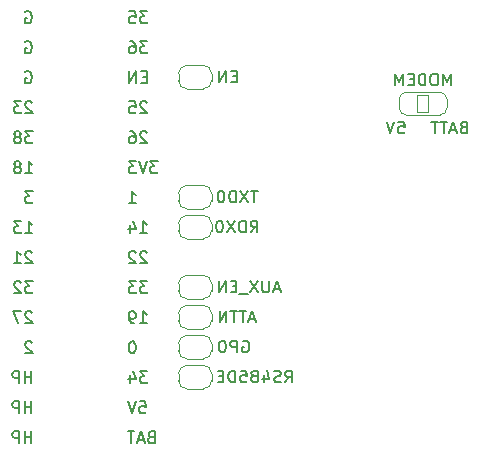
<source format=gbr>
%TF.GenerationSoftware,KiCad,Pcbnew,7.0.5-0*%
%TF.CreationDate,2023-07-13T17:44:08+01:00*%
%TF.ProjectId,M5-Notecard,4d352d4e-6f74-4656-9361-72642e6b6963,V01L04*%
%TF.SameCoordinates,Original*%
%TF.FileFunction,Legend,Bot*%
%TF.FilePolarity,Positive*%
%FSLAX46Y46*%
G04 Gerber Fmt 4.6, Leading zero omitted, Abs format (unit mm)*
G04 Created by KiCad (PCBNEW 7.0.5-0) date 2023-07-13 17:44:08*
%MOMM*%
%LPD*%
G01*
G04 APERTURE LIST*
G04 Aperture macros list*
%AMRoundRect*
0 Rectangle with rounded corners*
0 $1 Rounding radius*
0 $2 $3 $4 $5 $6 $7 $8 $9 X,Y pos of 4 corners*
0 Add a 4 corners polygon primitive as box body*
4,1,4,$2,$3,$4,$5,$6,$7,$8,$9,$2,$3,0*
0 Add four circle primitives for the rounded corners*
1,1,$1+$1,$2,$3*
1,1,$1+$1,$4,$5*
1,1,$1+$1,$6,$7*
1,1,$1+$1,$8,$9*
0 Add four rect primitives between the rounded corners*
20,1,$1+$1,$2,$3,$4,$5,0*
20,1,$1+$1,$4,$5,$6,$7,0*
20,1,$1+$1,$6,$7,$8,$9,0*
20,1,$1+$1,$8,$9,$2,$3,0*%
%AMFreePoly0*
4,1,13,0.535355,0.535355,0.550000,0.500000,0.550000,-0.500000,0.535355,-0.535355,0.500000,-0.550000,-2.500000,-0.550000,-2.535355,-0.535355,-2.550000,-0.500000,-2.550000,0.500000,-2.535355,0.535355,-2.500000,0.550000,0.500000,0.550000,0.535355,0.535355,0.535355,0.535355,$1*%
%AMFreePoly1*
4,1,35,0.535355,0.785355,0.550000,0.750000,0.550000,-0.750000,0.535355,-0.785355,0.500000,-0.800000,0.000000,-0.800000,-0.012286,-0.794911,-0.071157,-0.794911,-0.085244,-0.792886,-0.221795,-0.752791,-0.234740,-0.746879,-0.354462,-0.669938,-0.365217,-0.660618,-0.458414,-0.553063,-0.466109,-0.541091,-0.525228,-0.411637,-0.529237,-0.397982,-0.549491,-0.257116,-0.550000,-0.250000,-0.550000,0.250000,
-0.549491,0.257116,-0.529237,0.397982,-0.525228,0.411637,-0.466109,0.541091,-0.458414,0.553063,-0.365217,0.660618,-0.354462,0.669938,-0.234740,0.746879,-0.221795,0.752791,-0.085244,0.792886,-0.071157,0.794911,-0.012286,0.794911,0.000000,0.800000,0.500000,0.800000,0.535355,0.785355,0.535355,0.785355,$1*%
%AMFreePoly2*
4,1,35,0.012286,0.794911,0.071157,0.794911,0.085244,0.792886,0.221795,0.752791,0.234740,0.746879,0.354462,0.669938,0.365217,0.660618,0.458414,0.553063,0.466109,0.541091,0.525228,0.411637,0.529237,0.397982,0.549491,0.257116,0.550000,0.250000,0.550000,-0.250000,0.549491,-0.257116,0.529237,-0.397982,0.525228,-0.411637,0.466109,-0.541091,0.458414,-0.553063,0.365217,-0.660618,
0.354462,-0.669938,0.234740,-0.746879,0.221795,-0.752791,0.085244,-0.792886,0.071157,-0.794911,0.012286,-0.794911,0.000000,-0.800000,-0.500000,-0.800000,-0.535355,-0.785355,-0.550000,-0.750000,-0.550000,0.750000,-0.535355,0.785355,-0.500000,0.800000,0.000000,0.800000,0.012286,0.794911,0.012286,0.794911,$1*%
%AMFreePoly3*
4,1,35,0.012286,0.794911,0.071157,0.794911,0.085244,0.792886,0.221795,0.752791,0.234740,0.746879,0.354462,0.669938,0.365217,0.660618,0.458414,0.553063,0.466109,0.541091,0.525228,0.411637,0.529237,0.397982,0.549491,0.257116,0.550000,0.250000,0.550000,-0.250000,0.549491,-0.257116,0.529237,-0.397982,0.525228,-0.411637,0.466109,-0.541091,0.458414,-0.553063,0.365217,-0.660618,
0.354462,-0.669938,0.234740,-0.746879,0.221795,-0.752791,0.085244,-0.792886,0.071157,-0.794911,0.012286,-0.794911,0.000000,-0.800000,-0.550000,-0.800000,-0.585355,-0.785355,-0.600000,-0.750000,-0.600000,0.750000,-0.585355,0.785355,-0.550000,0.800000,0.000000,0.800000,0.012286,0.794911,0.012286,0.794911,$1*%
%AMFreePoly4*
4,1,35,0.585355,0.785355,0.600000,0.750000,0.600000,-0.750000,0.585355,-0.785355,0.550000,-0.800000,0.000000,-0.800000,-0.012286,-0.794911,-0.071157,-0.794911,-0.085244,-0.792886,-0.221795,-0.752791,-0.234740,-0.746879,-0.354462,-0.669938,-0.365217,-0.660618,-0.458414,-0.553063,-0.466109,-0.541091,-0.525228,-0.411637,-0.529237,-0.397982,-0.549491,-0.257116,-0.550000,-0.250000,-0.550000,0.250000,
-0.549491,0.257116,-0.529237,0.397982,-0.525228,0.411637,-0.466109,0.541091,-0.458414,0.553063,-0.365217,0.660618,-0.354462,0.669938,-0.234740,0.746879,-0.221795,0.752791,-0.085244,0.792886,-0.071157,0.794911,-0.012286,0.794911,0.000000,0.800000,0.550000,0.800000,0.585355,0.785355,0.585355,0.785355,$1*%
G04 Aperture macros list end*
%ADD10C,0.150000*%
%ADD11C,0.120000*%
%ADD12RoundRect,0.050000X-0.900000X0.900000X-0.900000X-0.900000X0.900000X-0.900000X0.900000X0.900000X0*%
%ADD13C,1.900000*%
%ADD14RoundRect,0.050000X0.900000X-2.200000X0.900000X2.200000X-0.900000X2.200000X-0.900000X-2.200000X0*%
%ADD15O,1.900000X4.100000*%
%ADD16O,4.100000X1.900000*%
%ADD17RoundRect,0.050000X0.900000X0.900000X-0.900000X0.900000X-0.900000X-0.900000X0.900000X-0.900000X0*%
%ADD18C,2.300000*%
%ADD19C,1.800000*%
%ADD20FreePoly0,0.000000*%
%ADD21FreePoly0,180.000000*%
%ADD22C,1.100000*%
%ADD23FreePoly1,0.000000*%
%ADD24FreePoly2,0.000000*%
%ADD25FreePoly3,0.000000*%
%ADD26RoundRect,0.050000X-0.500000X-0.750000X0.500000X-0.750000X0.500000X0.750000X-0.500000X0.750000X0*%
%ADD27FreePoly4,0.000000*%
%ADD28C,1.250000*%
%ADD29C,1.750000*%
%ADD30C,3.300000*%
%ADD31C,6.100000*%
G04 APERTURE END LIST*
D10*
%TO.C,J1*%
X-46584919Y-27090057D02*
X-46632538Y-27042438D01*
X-46632538Y-27042438D02*
X-46727776Y-26994819D01*
X-46727776Y-26994819D02*
X-46965871Y-26994819D01*
X-46965871Y-26994819D02*
X-47061109Y-27042438D01*
X-47061109Y-27042438D02*
X-47108728Y-27090057D01*
X-47108728Y-27090057D02*
X-47156347Y-27185295D01*
X-47156347Y-27185295D02*
X-47156347Y-27280533D01*
X-47156347Y-27280533D02*
X-47108728Y-27423390D01*
X-47108728Y-27423390D02*
X-46537300Y-27994819D01*
X-46537300Y-27994819D02*
X-47156347Y-27994819D01*
X-47537300Y-27090057D02*
X-47584919Y-27042438D01*
X-47584919Y-27042438D02*
X-47680157Y-26994819D01*
X-47680157Y-26994819D02*
X-47918252Y-26994819D01*
X-47918252Y-26994819D02*
X-48013490Y-27042438D01*
X-48013490Y-27042438D02*
X-48061109Y-27090057D01*
X-48061109Y-27090057D02*
X-48108728Y-27185295D01*
X-48108728Y-27185295D02*
X-48108728Y-27280533D01*
X-48108728Y-27280533D02*
X-48061109Y-27423390D01*
X-48061109Y-27423390D02*
X-47489681Y-27994819D01*
X-47489681Y-27994819D02*
X-48108728Y-27994819D01*
X-46537300Y-29534819D02*
X-47156347Y-29534819D01*
X-47156347Y-29534819D02*
X-46823014Y-29915771D01*
X-46823014Y-29915771D02*
X-46965871Y-29915771D01*
X-46965871Y-29915771D02*
X-47061109Y-29963390D01*
X-47061109Y-29963390D02*
X-47108728Y-30011009D01*
X-47108728Y-30011009D02*
X-47156347Y-30106247D01*
X-47156347Y-30106247D02*
X-47156347Y-30344342D01*
X-47156347Y-30344342D02*
X-47108728Y-30439580D01*
X-47108728Y-30439580D02*
X-47061109Y-30487200D01*
X-47061109Y-30487200D02*
X-46965871Y-30534819D01*
X-46965871Y-30534819D02*
X-46680157Y-30534819D01*
X-46680157Y-30534819D02*
X-46584919Y-30487200D01*
X-46584919Y-30487200D02*
X-46537300Y-30439580D01*
X-47489681Y-29534819D02*
X-48108728Y-29534819D01*
X-48108728Y-29534819D02*
X-47775395Y-29915771D01*
X-47775395Y-29915771D02*
X-47918252Y-29915771D01*
X-47918252Y-29915771D02*
X-48013490Y-29963390D01*
X-48013490Y-29963390D02*
X-48061109Y-30011009D01*
X-48061109Y-30011009D02*
X-48108728Y-30106247D01*
X-48108728Y-30106247D02*
X-48108728Y-30344342D01*
X-48108728Y-30344342D02*
X-48061109Y-30439580D01*
X-48061109Y-30439580D02*
X-48013490Y-30487200D01*
X-48013490Y-30487200D02*
X-47918252Y-30534819D01*
X-47918252Y-30534819D02*
X-47632538Y-30534819D01*
X-47632538Y-30534819D02*
X-47537300Y-30487200D01*
X-47537300Y-30487200D02*
X-47489681Y-30439580D01*
X-46584919Y-16930057D02*
X-46632538Y-16882438D01*
X-46632538Y-16882438D02*
X-46727776Y-16834819D01*
X-46727776Y-16834819D02*
X-46965871Y-16834819D01*
X-46965871Y-16834819D02*
X-47061109Y-16882438D01*
X-47061109Y-16882438D02*
X-47108728Y-16930057D01*
X-47108728Y-16930057D02*
X-47156347Y-17025295D01*
X-47156347Y-17025295D02*
X-47156347Y-17120533D01*
X-47156347Y-17120533D02*
X-47108728Y-17263390D01*
X-47108728Y-17263390D02*
X-46537300Y-17834819D01*
X-46537300Y-17834819D02*
X-47156347Y-17834819D01*
X-48013490Y-16834819D02*
X-47823014Y-16834819D01*
X-47823014Y-16834819D02*
X-47727776Y-16882438D01*
X-47727776Y-16882438D02*
X-47680157Y-16930057D01*
X-47680157Y-16930057D02*
X-47584919Y-17072914D01*
X-47584919Y-17072914D02*
X-47537300Y-17263390D01*
X-47537300Y-17263390D02*
X-47537300Y-17644342D01*
X-47537300Y-17644342D02*
X-47584919Y-17739580D01*
X-47584919Y-17739580D02*
X-47632538Y-17787200D01*
X-47632538Y-17787200D02*
X-47727776Y-17834819D01*
X-47727776Y-17834819D02*
X-47918252Y-17834819D01*
X-47918252Y-17834819D02*
X-48013490Y-17787200D01*
X-48013490Y-17787200D02*
X-48061109Y-17739580D01*
X-48061109Y-17739580D02*
X-48108728Y-17644342D01*
X-48108728Y-17644342D02*
X-48108728Y-17406247D01*
X-48108728Y-17406247D02*
X-48061109Y-17311009D01*
X-48061109Y-17311009D02*
X-48013490Y-17263390D01*
X-48013490Y-17263390D02*
X-47918252Y-17215771D01*
X-47918252Y-17215771D02*
X-47727776Y-17215771D01*
X-47727776Y-17215771D02*
X-47632538Y-17263390D01*
X-47632538Y-17263390D02*
X-47584919Y-17311009D01*
X-47584919Y-17311009D02*
X-47537300Y-17406247D01*
X-46251585Y-42711009D02*
X-46394442Y-42758628D01*
X-46394442Y-42758628D02*
X-46442061Y-42806247D01*
X-46442061Y-42806247D02*
X-46489680Y-42901485D01*
X-46489680Y-42901485D02*
X-46489680Y-43044342D01*
X-46489680Y-43044342D02*
X-46442061Y-43139580D01*
X-46442061Y-43139580D02*
X-46394442Y-43187200D01*
X-46394442Y-43187200D02*
X-46299204Y-43234819D01*
X-46299204Y-43234819D02*
X-45918252Y-43234819D01*
X-45918252Y-43234819D02*
X-45918252Y-42234819D01*
X-45918252Y-42234819D02*
X-46251585Y-42234819D01*
X-46251585Y-42234819D02*
X-46346823Y-42282438D01*
X-46346823Y-42282438D02*
X-46394442Y-42330057D01*
X-46394442Y-42330057D02*
X-46442061Y-42425295D01*
X-46442061Y-42425295D02*
X-46442061Y-42520533D01*
X-46442061Y-42520533D02*
X-46394442Y-42615771D01*
X-46394442Y-42615771D02*
X-46346823Y-42663390D01*
X-46346823Y-42663390D02*
X-46251585Y-42711009D01*
X-46251585Y-42711009D02*
X-45918252Y-42711009D01*
X-46870633Y-42949104D02*
X-47346823Y-42949104D01*
X-46775395Y-43234819D02*
X-47108728Y-42234819D01*
X-47108728Y-42234819D02*
X-47442061Y-43234819D01*
X-47632538Y-42234819D02*
X-48203966Y-42234819D01*
X-47918252Y-43234819D02*
X-47918252Y-42234819D01*
X-56307049Y-32170057D02*
X-56354668Y-32122438D01*
X-56354668Y-32122438D02*
X-56449906Y-32074819D01*
X-56449906Y-32074819D02*
X-56688001Y-32074819D01*
X-56688001Y-32074819D02*
X-56783239Y-32122438D01*
X-56783239Y-32122438D02*
X-56830858Y-32170057D01*
X-56830858Y-32170057D02*
X-56878477Y-32265295D01*
X-56878477Y-32265295D02*
X-56878477Y-32360533D01*
X-56878477Y-32360533D02*
X-56830858Y-32503390D01*
X-56830858Y-32503390D02*
X-56259430Y-33074819D01*
X-56259430Y-33074819D02*
X-56878477Y-33074819D01*
X-57211811Y-32074819D02*
X-57878477Y-32074819D01*
X-57878477Y-32074819D02*
X-57449906Y-33074819D01*
X-56307049Y-34710057D02*
X-56354668Y-34662438D01*
X-56354668Y-34662438D02*
X-56449906Y-34614819D01*
X-56449906Y-34614819D02*
X-56688001Y-34614819D01*
X-56688001Y-34614819D02*
X-56783239Y-34662438D01*
X-56783239Y-34662438D02*
X-56830858Y-34710057D01*
X-56830858Y-34710057D02*
X-56878477Y-34805295D01*
X-56878477Y-34805295D02*
X-56878477Y-34900533D01*
X-56878477Y-34900533D02*
X-56830858Y-35043390D01*
X-56830858Y-35043390D02*
X-56259430Y-35614819D01*
X-56259430Y-35614819D02*
X-56878477Y-35614819D01*
X-47203966Y-39694819D02*
X-46727776Y-39694819D01*
X-46727776Y-39694819D02*
X-46680157Y-40171009D01*
X-46680157Y-40171009D02*
X-46727776Y-40123390D01*
X-46727776Y-40123390D02*
X-46823014Y-40075771D01*
X-46823014Y-40075771D02*
X-47061109Y-40075771D01*
X-47061109Y-40075771D02*
X-47156347Y-40123390D01*
X-47156347Y-40123390D02*
X-47203966Y-40171009D01*
X-47203966Y-40171009D02*
X-47251585Y-40266247D01*
X-47251585Y-40266247D02*
X-47251585Y-40504342D01*
X-47251585Y-40504342D02*
X-47203966Y-40599580D01*
X-47203966Y-40599580D02*
X-47156347Y-40647200D01*
X-47156347Y-40647200D02*
X-47061109Y-40694819D01*
X-47061109Y-40694819D02*
X-46823014Y-40694819D01*
X-46823014Y-40694819D02*
X-46727776Y-40647200D01*
X-46727776Y-40647200D02*
X-46680157Y-40599580D01*
X-47537300Y-39694819D02*
X-47870633Y-40694819D01*
X-47870633Y-40694819D02*
X-48203966Y-39694819D01*
X-56354668Y-38154819D02*
X-56354668Y-37154819D01*
X-56354668Y-37631009D02*
X-56926096Y-37631009D01*
X-56926096Y-38154819D02*
X-56926096Y-37154819D01*
X-57402287Y-38154819D02*
X-57402287Y-37154819D01*
X-57402287Y-37154819D02*
X-57783239Y-37154819D01*
X-57783239Y-37154819D02*
X-57878477Y-37202438D01*
X-57878477Y-37202438D02*
X-57926096Y-37250057D01*
X-57926096Y-37250057D02*
X-57973715Y-37345295D01*
X-57973715Y-37345295D02*
X-57973715Y-37488152D01*
X-57973715Y-37488152D02*
X-57926096Y-37583390D01*
X-57926096Y-37583390D02*
X-57878477Y-37631009D01*
X-57878477Y-37631009D02*
X-57783239Y-37678628D01*
X-57783239Y-37678628D02*
X-57402287Y-37678628D01*
X-56307049Y-14390057D02*
X-56354668Y-14342438D01*
X-56354668Y-14342438D02*
X-56449906Y-14294819D01*
X-56449906Y-14294819D02*
X-56688001Y-14294819D01*
X-56688001Y-14294819D02*
X-56783239Y-14342438D01*
X-56783239Y-14342438D02*
X-56830858Y-14390057D01*
X-56830858Y-14390057D02*
X-56878477Y-14485295D01*
X-56878477Y-14485295D02*
X-56878477Y-14580533D01*
X-56878477Y-14580533D02*
X-56830858Y-14723390D01*
X-56830858Y-14723390D02*
X-56259430Y-15294819D01*
X-56259430Y-15294819D02*
X-56878477Y-15294819D01*
X-57211811Y-14294819D02*
X-57830858Y-14294819D01*
X-57830858Y-14294819D02*
X-57497525Y-14675771D01*
X-57497525Y-14675771D02*
X-57640382Y-14675771D01*
X-57640382Y-14675771D02*
X-57735620Y-14723390D01*
X-57735620Y-14723390D02*
X-57783239Y-14771009D01*
X-57783239Y-14771009D02*
X-57830858Y-14866247D01*
X-57830858Y-14866247D02*
X-57830858Y-15104342D01*
X-57830858Y-15104342D02*
X-57783239Y-15199580D01*
X-57783239Y-15199580D02*
X-57735620Y-15247200D01*
X-57735620Y-15247200D02*
X-57640382Y-15294819D01*
X-57640382Y-15294819D02*
X-57354668Y-15294819D01*
X-57354668Y-15294819D02*
X-57259430Y-15247200D01*
X-57259430Y-15247200D02*
X-57211811Y-15199580D01*
X-46537300Y-37154819D02*
X-47156347Y-37154819D01*
X-47156347Y-37154819D02*
X-46823014Y-37535771D01*
X-46823014Y-37535771D02*
X-46965871Y-37535771D01*
X-46965871Y-37535771D02*
X-47061109Y-37583390D01*
X-47061109Y-37583390D02*
X-47108728Y-37631009D01*
X-47108728Y-37631009D02*
X-47156347Y-37726247D01*
X-47156347Y-37726247D02*
X-47156347Y-37964342D01*
X-47156347Y-37964342D02*
X-47108728Y-38059580D01*
X-47108728Y-38059580D02*
X-47061109Y-38107200D01*
X-47061109Y-38107200D02*
X-46965871Y-38154819D01*
X-46965871Y-38154819D02*
X-46680157Y-38154819D01*
X-46680157Y-38154819D02*
X-46584919Y-38107200D01*
X-46584919Y-38107200D02*
X-46537300Y-38059580D01*
X-48013490Y-37488152D02*
X-48013490Y-38154819D01*
X-47775395Y-37107200D02*
X-47537300Y-37821485D01*
X-47537300Y-37821485D02*
X-48156347Y-37821485D01*
X-56878477Y-9262438D02*
X-56783239Y-9214819D01*
X-56783239Y-9214819D02*
X-56640382Y-9214819D01*
X-56640382Y-9214819D02*
X-56497525Y-9262438D01*
X-56497525Y-9262438D02*
X-56402287Y-9357676D01*
X-56402287Y-9357676D02*
X-56354668Y-9452914D01*
X-56354668Y-9452914D02*
X-56307049Y-9643390D01*
X-56307049Y-9643390D02*
X-56307049Y-9786247D01*
X-56307049Y-9786247D02*
X-56354668Y-9976723D01*
X-56354668Y-9976723D02*
X-56402287Y-10071961D01*
X-56402287Y-10071961D02*
X-56497525Y-10167200D01*
X-56497525Y-10167200D02*
X-56640382Y-10214819D01*
X-56640382Y-10214819D02*
X-56735620Y-10214819D01*
X-56735620Y-10214819D02*
X-56878477Y-10167200D01*
X-56878477Y-10167200D02*
X-56926096Y-10119580D01*
X-56926096Y-10119580D02*
X-56926096Y-9786247D01*
X-56926096Y-9786247D02*
X-56735620Y-9786247D01*
X-46537300Y-9214819D02*
X-47156347Y-9214819D01*
X-47156347Y-9214819D02*
X-46823014Y-9595771D01*
X-46823014Y-9595771D02*
X-46965871Y-9595771D01*
X-46965871Y-9595771D02*
X-47061109Y-9643390D01*
X-47061109Y-9643390D02*
X-47108728Y-9691009D01*
X-47108728Y-9691009D02*
X-47156347Y-9786247D01*
X-47156347Y-9786247D02*
X-47156347Y-10024342D01*
X-47156347Y-10024342D02*
X-47108728Y-10119580D01*
X-47108728Y-10119580D02*
X-47061109Y-10167200D01*
X-47061109Y-10167200D02*
X-46965871Y-10214819D01*
X-46965871Y-10214819D02*
X-46680157Y-10214819D01*
X-46680157Y-10214819D02*
X-46584919Y-10167200D01*
X-46584919Y-10167200D02*
X-46537300Y-10119580D01*
X-48013490Y-9214819D02*
X-47823014Y-9214819D01*
X-47823014Y-9214819D02*
X-47727776Y-9262438D01*
X-47727776Y-9262438D02*
X-47680157Y-9310057D01*
X-47680157Y-9310057D02*
X-47584919Y-9452914D01*
X-47584919Y-9452914D02*
X-47537300Y-9643390D01*
X-47537300Y-9643390D02*
X-47537300Y-10024342D01*
X-47537300Y-10024342D02*
X-47584919Y-10119580D01*
X-47584919Y-10119580D02*
X-47632538Y-10167200D01*
X-47632538Y-10167200D02*
X-47727776Y-10214819D01*
X-47727776Y-10214819D02*
X-47918252Y-10214819D01*
X-47918252Y-10214819D02*
X-48013490Y-10167200D01*
X-48013490Y-10167200D02*
X-48061109Y-10119580D01*
X-48061109Y-10119580D02*
X-48108728Y-10024342D01*
X-48108728Y-10024342D02*
X-48108728Y-9786247D01*
X-48108728Y-9786247D02*
X-48061109Y-9691009D01*
X-48061109Y-9691009D02*
X-48013490Y-9643390D01*
X-48013490Y-9643390D02*
X-47918252Y-9595771D01*
X-47918252Y-9595771D02*
X-47727776Y-9595771D01*
X-47727776Y-9595771D02*
X-47632538Y-9643390D01*
X-47632538Y-9643390D02*
X-47584919Y-9691009D01*
X-47584919Y-9691009D02*
X-47537300Y-9786247D01*
X-56878477Y-25454819D02*
X-56307049Y-25454819D01*
X-56592763Y-25454819D02*
X-56592763Y-24454819D01*
X-56592763Y-24454819D02*
X-56497525Y-24597676D01*
X-56497525Y-24597676D02*
X-56402287Y-24692914D01*
X-56402287Y-24692914D02*
X-56307049Y-24740533D01*
X-57211811Y-24454819D02*
X-57830858Y-24454819D01*
X-57830858Y-24454819D02*
X-57497525Y-24835771D01*
X-57497525Y-24835771D02*
X-57640382Y-24835771D01*
X-57640382Y-24835771D02*
X-57735620Y-24883390D01*
X-57735620Y-24883390D02*
X-57783239Y-24931009D01*
X-57783239Y-24931009D02*
X-57830858Y-25026247D01*
X-57830858Y-25026247D02*
X-57830858Y-25264342D01*
X-57830858Y-25264342D02*
X-57783239Y-25359580D01*
X-57783239Y-25359580D02*
X-57735620Y-25407200D01*
X-57735620Y-25407200D02*
X-57640382Y-25454819D01*
X-57640382Y-25454819D02*
X-57354668Y-25454819D01*
X-57354668Y-25454819D02*
X-57259430Y-25407200D01*
X-57259430Y-25407200D02*
X-57211811Y-25359580D01*
X-56259430Y-21914819D02*
X-56878477Y-21914819D01*
X-56878477Y-21914819D02*
X-56545144Y-22295771D01*
X-56545144Y-22295771D02*
X-56688001Y-22295771D01*
X-56688001Y-22295771D02*
X-56783239Y-22343390D01*
X-56783239Y-22343390D02*
X-56830858Y-22391009D01*
X-56830858Y-22391009D02*
X-56878477Y-22486247D01*
X-56878477Y-22486247D02*
X-56878477Y-22724342D01*
X-56878477Y-22724342D02*
X-56830858Y-22819580D01*
X-56830858Y-22819580D02*
X-56783239Y-22867200D01*
X-56783239Y-22867200D02*
X-56688001Y-22914819D01*
X-56688001Y-22914819D02*
X-56402287Y-22914819D01*
X-56402287Y-22914819D02*
X-56307049Y-22867200D01*
X-56307049Y-22867200D02*
X-56259430Y-22819580D01*
X-56878477Y-20374819D02*
X-56307049Y-20374819D01*
X-56592763Y-20374819D02*
X-56592763Y-19374819D01*
X-56592763Y-19374819D02*
X-56497525Y-19517676D01*
X-56497525Y-19517676D02*
X-56402287Y-19612914D01*
X-56402287Y-19612914D02*
X-56307049Y-19660533D01*
X-57449906Y-19803390D02*
X-57354668Y-19755771D01*
X-57354668Y-19755771D02*
X-57307049Y-19708152D01*
X-57307049Y-19708152D02*
X-57259430Y-19612914D01*
X-57259430Y-19612914D02*
X-57259430Y-19565295D01*
X-57259430Y-19565295D02*
X-57307049Y-19470057D01*
X-57307049Y-19470057D02*
X-57354668Y-19422438D01*
X-57354668Y-19422438D02*
X-57449906Y-19374819D01*
X-57449906Y-19374819D02*
X-57640382Y-19374819D01*
X-57640382Y-19374819D02*
X-57735620Y-19422438D01*
X-57735620Y-19422438D02*
X-57783239Y-19470057D01*
X-57783239Y-19470057D02*
X-57830858Y-19565295D01*
X-57830858Y-19565295D02*
X-57830858Y-19612914D01*
X-57830858Y-19612914D02*
X-57783239Y-19708152D01*
X-57783239Y-19708152D02*
X-57735620Y-19755771D01*
X-57735620Y-19755771D02*
X-57640382Y-19803390D01*
X-57640382Y-19803390D02*
X-57449906Y-19803390D01*
X-57449906Y-19803390D02*
X-57354668Y-19851009D01*
X-57354668Y-19851009D02*
X-57307049Y-19898628D01*
X-57307049Y-19898628D02*
X-57259430Y-19993866D01*
X-57259430Y-19993866D02*
X-57259430Y-20184342D01*
X-57259430Y-20184342D02*
X-57307049Y-20279580D01*
X-57307049Y-20279580D02*
X-57354668Y-20327200D01*
X-57354668Y-20327200D02*
X-57449906Y-20374819D01*
X-57449906Y-20374819D02*
X-57640382Y-20374819D01*
X-57640382Y-20374819D02*
X-57735620Y-20327200D01*
X-57735620Y-20327200D02*
X-57783239Y-20279580D01*
X-57783239Y-20279580D02*
X-57830858Y-20184342D01*
X-57830858Y-20184342D02*
X-57830858Y-19993866D01*
X-57830858Y-19993866D02*
X-57783239Y-19898628D01*
X-57783239Y-19898628D02*
X-57735620Y-19851009D01*
X-57735620Y-19851009D02*
X-57640382Y-19803390D01*
X-56878477Y-11802438D02*
X-56783239Y-11754819D01*
X-56783239Y-11754819D02*
X-56640382Y-11754819D01*
X-56640382Y-11754819D02*
X-56497525Y-11802438D01*
X-56497525Y-11802438D02*
X-56402287Y-11897676D01*
X-56402287Y-11897676D02*
X-56354668Y-11992914D01*
X-56354668Y-11992914D02*
X-56307049Y-12183390D01*
X-56307049Y-12183390D02*
X-56307049Y-12326247D01*
X-56307049Y-12326247D02*
X-56354668Y-12516723D01*
X-56354668Y-12516723D02*
X-56402287Y-12611961D01*
X-56402287Y-12611961D02*
X-56497525Y-12707200D01*
X-56497525Y-12707200D02*
X-56640382Y-12754819D01*
X-56640382Y-12754819D02*
X-56735620Y-12754819D01*
X-56735620Y-12754819D02*
X-56878477Y-12707200D01*
X-56878477Y-12707200D02*
X-56926096Y-12659580D01*
X-56926096Y-12659580D02*
X-56926096Y-12326247D01*
X-56926096Y-12326247D02*
X-56735620Y-12326247D01*
X-56354668Y-43234819D02*
X-56354668Y-42234819D01*
X-56354668Y-42711009D02*
X-56926096Y-42711009D01*
X-56926096Y-43234819D02*
X-56926096Y-42234819D01*
X-57402287Y-43234819D02*
X-57402287Y-42234819D01*
X-57402287Y-42234819D02*
X-57783239Y-42234819D01*
X-57783239Y-42234819D02*
X-57878477Y-42282438D01*
X-57878477Y-42282438D02*
X-57926096Y-42330057D01*
X-57926096Y-42330057D02*
X-57973715Y-42425295D01*
X-57973715Y-42425295D02*
X-57973715Y-42568152D01*
X-57973715Y-42568152D02*
X-57926096Y-42663390D01*
X-57926096Y-42663390D02*
X-57878477Y-42711009D01*
X-57878477Y-42711009D02*
X-57783239Y-42758628D01*
X-57783239Y-42758628D02*
X-57402287Y-42758628D01*
X-56354668Y-40694819D02*
X-56354668Y-39694819D01*
X-56354668Y-40171009D02*
X-56926096Y-40171009D01*
X-56926096Y-40694819D02*
X-56926096Y-39694819D01*
X-57402287Y-40694819D02*
X-57402287Y-39694819D01*
X-57402287Y-39694819D02*
X-57783239Y-39694819D01*
X-57783239Y-39694819D02*
X-57878477Y-39742438D01*
X-57878477Y-39742438D02*
X-57926096Y-39790057D01*
X-57926096Y-39790057D02*
X-57973715Y-39885295D01*
X-57973715Y-39885295D02*
X-57973715Y-40028152D01*
X-57973715Y-40028152D02*
X-57926096Y-40123390D01*
X-57926096Y-40123390D02*
X-57878477Y-40171009D01*
X-57878477Y-40171009D02*
X-57783239Y-40218628D01*
X-57783239Y-40218628D02*
X-57402287Y-40218628D01*
X-47156347Y-33074819D02*
X-46584919Y-33074819D01*
X-46870633Y-33074819D02*
X-46870633Y-32074819D01*
X-46870633Y-32074819D02*
X-46775395Y-32217676D01*
X-46775395Y-32217676D02*
X-46680157Y-32312914D01*
X-46680157Y-32312914D02*
X-46584919Y-32360533D01*
X-47632538Y-33074819D02*
X-47823014Y-33074819D01*
X-47823014Y-33074819D02*
X-47918252Y-33027200D01*
X-47918252Y-33027200D02*
X-47965871Y-32979580D01*
X-47965871Y-32979580D02*
X-48061109Y-32836723D01*
X-48061109Y-32836723D02*
X-48108728Y-32646247D01*
X-48108728Y-32646247D02*
X-48108728Y-32265295D01*
X-48108728Y-32265295D02*
X-48061109Y-32170057D01*
X-48061109Y-32170057D02*
X-48013490Y-32122438D01*
X-48013490Y-32122438D02*
X-47918252Y-32074819D01*
X-47918252Y-32074819D02*
X-47727776Y-32074819D01*
X-47727776Y-32074819D02*
X-47632538Y-32122438D01*
X-47632538Y-32122438D02*
X-47584919Y-32170057D01*
X-47584919Y-32170057D02*
X-47537300Y-32265295D01*
X-47537300Y-32265295D02*
X-47537300Y-32503390D01*
X-47537300Y-32503390D02*
X-47584919Y-32598628D01*
X-47584919Y-32598628D02*
X-47632538Y-32646247D01*
X-47632538Y-32646247D02*
X-47727776Y-32693866D01*
X-47727776Y-32693866D02*
X-47918252Y-32693866D01*
X-47918252Y-32693866D02*
X-48013490Y-32646247D01*
X-48013490Y-32646247D02*
X-48061109Y-32598628D01*
X-48061109Y-32598628D02*
X-48108728Y-32503390D01*
X-46584919Y-12231009D02*
X-46918252Y-12231009D01*
X-47061109Y-12754819D02*
X-46584919Y-12754819D01*
X-46584919Y-12754819D02*
X-46584919Y-11754819D01*
X-46584919Y-11754819D02*
X-47061109Y-11754819D01*
X-47489681Y-12754819D02*
X-47489681Y-11754819D01*
X-47489681Y-11754819D02*
X-48061109Y-12754819D01*
X-48061109Y-12754819D02*
X-48061109Y-11754819D01*
X-47156347Y-25454819D02*
X-46584919Y-25454819D01*
X-46870633Y-25454819D02*
X-46870633Y-24454819D01*
X-46870633Y-24454819D02*
X-46775395Y-24597676D01*
X-46775395Y-24597676D02*
X-46680157Y-24692914D01*
X-46680157Y-24692914D02*
X-46584919Y-24740533D01*
X-48013490Y-24788152D02*
X-48013490Y-25454819D01*
X-47775395Y-24407200D02*
X-47537300Y-25121485D01*
X-47537300Y-25121485D02*
X-48156347Y-25121485D01*
X-46537300Y-6674819D02*
X-47156347Y-6674819D01*
X-47156347Y-6674819D02*
X-46823014Y-7055771D01*
X-46823014Y-7055771D02*
X-46965871Y-7055771D01*
X-46965871Y-7055771D02*
X-47061109Y-7103390D01*
X-47061109Y-7103390D02*
X-47108728Y-7151009D01*
X-47108728Y-7151009D02*
X-47156347Y-7246247D01*
X-47156347Y-7246247D02*
X-47156347Y-7484342D01*
X-47156347Y-7484342D02*
X-47108728Y-7579580D01*
X-47108728Y-7579580D02*
X-47061109Y-7627200D01*
X-47061109Y-7627200D02*
X-46965871Y-7674819D01*
X-46965871Y-7674819D02*
X-46680157Y-7674819D01*
X-46680157Y-7674819D02*
X-46584919Y-7627200D01*
X-46584919Y-7627200D02*
X-46537300Y-7579580D01*
X-48061109Y-6674819D02*
X-47584919Y-6674819D01*
X-47584919Y-6674819D02*
X-47537300Y-7151009D01*
X-47537300Y-7151009D02*
X-47584919Y-7103390D01*
X-47584919Y-7103390D02*
X-47680157Y-7055771D01*
X-47680157Y-7055771D02*
X-47918252Y-7055771D01*
X-47918252Y-7055771D02*
X-48013490Y-7103390D01*
X-48013490Y-7103390D02*
X-48061109Y-7151009D01*
X-48061109Y-7151009D02*
X-48108728Y-7246247D01*
X-48108728Y-7246247D02*
X-48108728Y-7484342D01*
X-48108728Y-7484342D02*
X-48061109Y-7579580D01*
X-48061109Y-7579580D02*
X-48013490Y-7627200D01*
X-48013490Y-7627200D02*
X-47918252Y-7674819D01*
X-47918252Y-7674819D02*
X-47680157Y-7674819D01*
X-47680157Y-7674819D02*
X-47584919Y-7627200D01*
X-47584919Y-7627200D02*
X-47537300Y-7579580D01*
X-56878477Y-6722438D02*
X-56783239Y-6674819D01*
X-56783239Y-6674819D02*
X-56640382Y-6674819D01*
X-56640382Y-6674819D02*
X-56497525Y-6722438D01*
X-56497525Y-6722438D02*
X-56402287Y-6817676D01*
X-56402287Y-6817676D02*
X-56354668Y-6912914D01*
X-56354668Y-6912914D02*
X-56307049Y-7103390D01*
X-56307049Y-7103390D02*
X-56307049Y-7246247D01*
X-56307049Y-7246247D02*
X-56354668Y-7436723D01*
X-56354668Y-7436723D02*
X-56402287Y-7531961D01*
X-56402287Y-7531961D02*
X-56497525Y-7627200D01*
X-56497525Y-7627200D02*
X-56640382Y-7674819D01*
X-56640382Y-7674819D02*
X-56735620Y-7674819D01*
X-56735620Y-7674819D02*
X-56878477Y-7627200D01*
X-56878477Y-7627200D02*
X-56926096Y-7579580D01*
X-56926096Y-7579580D02*
X-56926096Y-7246247D01*
X-56926096Y-7246247D02*
X-56735620Y-7246247D01*
X-48108728Y-22914819D02*
X-47537300Y-22914819D01*
X-47823014Y-22914819D02*
X-47823014Y-21914819D01*
X-47823014Y-21914819D02*
X-47727776Y-22057676D01*
X-47727776Y-22057676D02*
X-47632538Y-22152914D01*
X-47632538Y-22152914D02*
X-47537300Y-22200533D01*
X-47775395Y-34614819D02*
X-47870633Y-34614819D01*
X-47870633Y-34614819D02*
X-47965871Y-34662438D01*
X-47965871Y-34662438D02*
X-48013490Y-34710057D01*
X-48013490Y-34710057D02*
X-48061109Y-34805295D01*
X-48061109Y-34805295D02*
X-48108728Y-34995771D01*
X-48108728Y-34995771D02*
X-48108728Y-35233866D01*
X-48108728Y-35233866D02*
X-48061109Y-35424342D01*
X-48061109Y-35424342D02*
X-48013490Y-35519580D01*
X-48013490Y-35519580D02*
X-47965871Y-35567200D01*
X-47965871Y-35567200D02*
X-47870633Y-35614819D01*
X-47870633Y-35614819D02*
X-47775395Y-35614819D01*
X-47775395Y-35614819D02*
X-47680157Y-35567200D01*
X-47680157Y-35567200D02*
X-47632538Y-35519580D01*
X-47632538Y-35519580D02*
X-47584919Y-35424342D01*
X-47584919Y-35424342D02*
X-47537300Y-35233866D01*
X-47537300Y-35233866D02*
X-47537300Y-34995771D01*
X-47537300Y-34995771D02*
X-47584919Y-34805295D01*
X-47584919Y-34805295D02*
X-47632538Y-34710057D01*
X-47632538Y-34710057D02*
X-47680157Y-34662438D01*
X-47680157Y-34662438D02*
X-47775395Y-34614819D01*
X-46584919Y-14390057D02*
X-46632538Y-14342438D01*
X-46632538Y-14342438D02*
X-46727776Y-14294819D01*
X-46727776Y-14294819D02*
X-46965871Y-14294819D01*
X-46965871Y-14294819D02*
X-47061109Y-14342438D01*
X-47061109Y-14342438D02*
X-47108728Y-14390057D01*
X-47108728Y-14390057D02*
X-47156347Y-14485295D01*
X-47156347Y-14485295D02*
X-47156347Y-14580533D01*
X-47156347Y-14580533D02*
X-47108728Y-14723390D01*
X-47108728Y-14723390D02*
X-46537300Y-15294819D01*
X-46537300Y-15294819D02*
X-47156347Y-15294819D01*
X-48061109Y-14294819D02*
X-47584919Y-14294819D01*
X-47584919Y-14294819D02*
X-47537300Y-14771009D01*
X-47537300Y-14771009D02*
X-47584919Y-14723390D01*
X-47584919Y-14723390D02*
X-47680157Y-14675771D01*
X-47680157Y-14675771D02*
X-47918252Y-14675771D01*
X-47918252Y-14675771D02*
X-48013490Y-14723390D01*
X-48013490Y-14723390D02*
X-48061109Y-14771009D01*
X-48061109Y-14771009D02*
X-48108728Y-14866247D01*
X-48108728Y-14866247D02*
X-48108728Y-15104342D01*
X-48108728Y-15104342D02*
X-48061109Y-15199580D01*
X-48061109Y-15199580D02*
X-48013490Y-15247200D01*
X-48013490Y-15247200D02*
X-47918252Y-15294819D01*
X-47918252Y-15294819D02*
X-47680157Y-15294819D01*
X-47680157Y-15294819D02*
X-47584919Y-15247200D01*
X-47584919Y-15247200D02*
X-47537300Y-15199580D01*
X-45680157Y-19374819D02*
X-46299204Y-19374819D01*
X-46299204Y-19374819D02*
X-45965871Y-19755771D01*
X-45965871Y-19755771D02*
X-46108728Y-19755771D01*
X-46108728Y-19755771D02*
X-46203966Y-19803390D01*
X-46203966Y-19803390D02*
X-46251585Y-19851009D01*
X-46251585Y-19851009D02*
X-46299204Y-19946247D01*
X-46299204Y-19946247D02*
X-46299204Y-20184342D01*
X-46299204Y-20184342D02*
X-46251585Y-20279580D01*
X-46251585Y-20279580D02*
X-46203966Y-20327200D01*
X-46203966Y-20327200D02*
X-46108728Y-20374819D01*
X-46108728Y-20374819D02*
X-45823014Y-20374819D01*
X-45823014Y-20374819D02*
X-45727776Y-20327200D01*
X-45727776Y-20327200D02*
X-45680157Y-20279580D01*
X-46584919Y-19374819D02*
X-46918252Y-20374819D01*
X-46918252Y-20374819D02*
X-47251585Y-19374819D01*
X-47489681Y-19374819D02*
X-48108728Y-19374819D01*
X-48108728Y-19374819D02*
X-47775395Y-19755771D01*
X-47775395Y-19755771D02*
X-47918252Y-19755771D01*
X-47918252Y-19755771D02*
X-48013490Y-19803390D01*
X-48013490Y-19803390D02*
X-48061109Y-19851009D01*
X-48061109Y-19851009D02*
X-48108728Y-19946247D01*
X-48108728Y-19946247D02*
X-48108728Y-20184342D01*
X-48108728Y-20184342D02*
X-48061109Y-20279580D01*
X-48061109Y-20279580D02*
X-48013490Y-20327200D01*
X-48013490Y-20327200D02*
X-47918252Y-20374819D01*
X-47918252Y-20374819D02*
X-47632538Y-20374819D01*
X-47632538Y-20374819D02*
X-47537300Y-20327200D01*
X-47537300Y-20327200D02*
X-47489681Y-20279580D01*
X-56259430Y-16834819D02*
X-56878477Y-16834819D01*
X-56878477Y-16834819D02*
X-56545144Y-17215771D01*
X-56545144Y-17215771D02*
X-56688001Y-17215771D01*
X-56688001Y-17215771D02*
X-56783239Y-17263390D01*
X-56783239Y-17263390D02*
X-56830858Y-17311009D01*
X-56830858Y-17311009D02*
X-56878477Y-17406247D01*
X-56878477Y-17406247D02*
X-56878477Y-17644342D01*
X-56878477Y-17644342D02*
X-56830858Y-17739580D01*
X-56830858Y-17739580D02*
X-56783239Y-17787200D01*
X-56783239Y-17787200D02*
X-56688001Y-17834819D01*
X-56688001Y-17834819D02*
X-56402287Y-17834819D01*
X-56402287Y-17834819D02*
X-56307049Y-17787200D01*
X-56307049Y-17787200D02*
X-56259430Y-17739580D01*
X-57449906Y-17263390D02*
X-57354668Y-17215771D01*
X-57354668Y-17215771D02*
X-57307049Y-17168152D01*
X-57307049Y-17168152D02*
X-57259430Y-17072914D01*
X-57259430Y-17072914D02*
X-57259430Y-17025295D01*
X-57259430Y-17025295D02*
X-57307049Y-16930057D01*
X-57307049Y-16930057D02*
X-57354668Y-16882438D01*
X-57354668Y-16882438D02*
X-57449906Y-16834819D01*
X-57449906Y-16834819D02*
X-57640382Y-16834819D01*
X-57640382Y-16834819D02*
X-57735620Y-16882438D01*
X-57735620Y-16882438D02*
X-57783239Y-16930057D01*
X-57783239Y-16930057D02*
X-57830858Y-17025295D01*
X-57830858Y-17025295D02*
X-57830858Y-17072914D01*
X-57830858Y-17072914D02*
X-57783239Y-17168152D01*
X-57783239Y-17168152D02*
X-57735620Y-17215771D01*
X-57735620Y-17215771D02*
X-57640382Y-17263390D01*
X-57640382Y-17263390D02*
X-57449906Y-17263390D01*
X-57449906Y-17263390D02*
X-57354668Y-17311009D01*
X-57354668Y-17311009D02*
X-57307049Y-17358628D01*
X-57307049Y-17358628D02*
X-57259430Y-17453866D01*
X-57259430Y-17453866D02*
X-57259430Y-17644342D01*
X-57259430Y-17644342D02*
X-57307049Y-17739580D01*
X-57307049Y-17739580D02*
X-57354668Y-17787200D01*
X-57354668Y-17787200D02*
X-57449906Y-17834819D01*
X-57449906Y-17834819D02*
X-57640382Y-17834819D01*
X-57640382Y-17834819D02*
X-57735620Y-17787200D01*
X-57735620Y-17787200D02*
X-57783239Y-17739580D01*
X-57783239Y-17739580D02*
X-57830858Y-17644342D01*
X-57830858Y-17644342D02*
X-57830858Y-17453866D01*
X-57830858Y-17453866D02*
X-57783239Y-17358628D01*
X-57783239Y-17358628D02*
X-57735620Y-17311009D01*
X-57735620Y-17311009D02*
X-57640382Y-17263390D01*
X-56259430Y-29534819D02*
X-56878477Y-29534819D01*
X-56878477Y-29534819D02*
X-56545144Y-29915771D01*
X-56545144Y-29915771D02*
X-56688001Y-29915771D01*
X-56688001Y-29915771D02*
X-56783239Y-29963390D01*
X-56783239Y-29963390D02*
X-56830858Y-30011009D01*
X-56830858Y-30011009D02*
X-56878477Y-30106247D01*
X-56878477Y-30106247D02*
X-56878477Y-30344342D01*
X-56878477Y-30344342D02*
X-56830858Y-30439580D01*
X-56830858Y-30439580D02*
X-56783239Y-30487200D01*
X-56783239Y-30487200D02*
X-56688001Y-30534819D01*
X-56688001Y-30534819D02*
X-56402287Y-30534819D01*
X-56402287Y-30534819D02*
X-56307049Y-30487200D01*
X-56307049Y-30487200D02*
X-56259430Y-30439580D01*
X-57259430Y-29630057D02*
X-57307049Y-29582438D01*
X-57307049Y-29582438D02*
X-57402287Y-29534819D01*
X-57402287Y-29534819D02*
X-57640382Y-29534819D01*
X-57640382Y-29534819D02*
X-57735620Y-29582438D01*
X-57735620Y-29582438D02*
X-57783239Y-29630057D01*
X-57783239Y-29630057D02*
X-57830858Y-29725295D01*
X-57830858Y-29725295D02*
X-57830858Y-29820533D01*
X-57830858Y-29820533D02*
X-57783239Y-29963390D01*
X-57783239Y-29963390D02*
X-57211811Y-30534819D01*
X-57211811Y-30534819D02*
X-57830858Y-30534819D01*
X-56307049Y-27090057D02*
X-56354668Y-27042438D01*
X-56354668Y-27042438D02*
X-56449906Y-26994819D01*
X-56449906Y-26994819D02*
X-56688001Y-26994819D01*
X-56688001Y-26994819D02*
X-56783239Y-27042438D01*
X-56783239Y-27042438D02*
X-56830858Y-27090057D01*
X-56830858Y-27090057D02*
X-56878477Y-27185295D01*
X-56878477Y-27185295D02*
X-56878477Y-27280533D01*
X-56878477Y-27280533D02*
X-56830858Y-27423390D01*
X-56830858Y-27423390D02*
X-56259430Y-27994819D01*
X-56259430Y-27994819D02*
X-56878477Y-27994819D01*
X-57830858Y-27994819D02*
X-57259430Y-27994819D01*
X-57545144Y-27994819D02*
X-57545144Y-26994819D01*
X-57545144Y-26994819D02*
X-57449906Y-27137676D01*
X-57449906Y-27137676D02*
X-57354668Y-27232914D01*
X-57354668Y-27232914D02*
X-57259430Y-27280533D01*
%TO.C,JP7*%
X-38965794Y-12161009D02*
X-39299127Y-12161009D01*
X-39441984Y-12684819D02*
X-38965794Y-12684819D01*
X-38965794Y-12684819D02*
X-38965794Y-11684819D01*
X-38965794Y-11684819D02*
X-39441984Y-11684819D01*
X-39870556Y-12684819D02*
X-39870556Y-11684819D01*
X-39870556Y-11684819D02*
X-40441984Y-12684819D01*
X-40441984Y-12684819D02*
X-40441984Y-11684819D01*
%TO.C,JP6*%
X-38481603Y-34592438D02*
X-38386365Y-34544819D01*
X-38386365Y-34544819D02*
X-38243508Y-34544819D01*
X-38243508Y-34544819D02*
X-38100651Y-34592438D01*
X-38100651Y-34592438D02*
X-38005413Y-34687676D01*
X-38005413Y-34687676D02*
X-37957794Y-34782914D01*
X-37957794Y-34782914D02*
X-37910175Y-34973390D01*
X-37910175Y-34973390D02*
X-37910175Y-35116247D01*
X-37910175Y-35116247D02*
X-37957794Y-35306723D01*
X-37957794Y-35306723D02*
X-38005413Y-35401961D01*
X-38005413Y-35401961D02*
X-38100651Y-35497200D01*
X-38100651Y-35497200D02*
X-38243508Y-35544819D01*
X-38243508Y-35544819D02*
X-38338746Y-35544819D01*
X-38338746Y-35544819D02*
X-38481603Y-35497200D01*
X-38481603Y-35497200D02*
X-38529222Y-35449580D01*
X-38529222Y-35449580D02*
X-38529222Y-35116247D01*
X-38529222Y-35116247D02*
X-38338746Y-35116247D01*
X-38957794Y-35544819D02*
X-38957794Y-34544819D01*
X-38957794Y-34544819D02*
X-39338746Y-34544819D01*
X-39338746Y-34544819D02*
X-39433984Y-34592438D01*
X-39433984Y-34592438D02*
X-39481603Y-34640057D01*
X-39481603Y-34640057D02*
X-39529222Y-34735295D01*
X-39529222Y-34735295D02*
X-39529222Y-34878152D01*
X-39529222Y-34878152D02*
X-39481603Y-34973390D01*
X-39481603Y-34973390D02*
X-39433984Y-35021009D01*
X-39433984Y-35021009D02*
X-39338746Y-35068628D01*
X-39338746Y-35068628D02*
X-38957794Y-35068628D01*
X-40148270Y-34544819D02*
X-40243508Y-34544819D01*
X-40243508Y-34544819D02*
X-40338746Y-34592438D01*
X-40338746Y-34592438D02*
X-40386365Y-34640057D01*
X-40386365Y-34640057D02*
X-40433984Y-34735295D01*
X-40433984Y-34735295D02*
X-40481603Y-34925771D01*
X-40481603Y-34925771D02*
X-40481603Y-35163866D01*
X-40481603Y-35163866D02*
X-40433984Y-35354342D01*
X-40433984Y-35354342D02*
X-40386365Y-35449580D01*
X-40386365Y-35449580D02*
X-40338746Y-35497200D01*
X-40338746Y-35497200D02*
X-40243508Y-35544819D01*
X-40243508Y-35544819D02*
X-40148270Y-35544819D01*
X-40148270Y-35544819D02*
X-40053032Y-35497200D01*
X-40053032Y-35497200D02*
X-40005413Y-35449580D01*
X-40005413Y-35449580D02*
X-39957794Y-35354342D01*
X-39957794Y-35354342D02*
X-39910175Y-35163866D01*
X-39910175Y-35163866D02*
X-39910175Y-34925771D01*
X-39910175Y-34925771D02*
X-39957794Y-34735295D01*
X-39957794Y-34735295D02*
X-40005413Y-34640057D01*
X-40005413Y-34640057D02*
X-40053032Y-34592438D01*
X-40053032Y-34592438D02*
X-40148270Y-34544819D01*
%TO.C,JP4*%
X-35330651Y-30179104D02*
X-35806841Y-30179104D01*
X-35235413Y-30464819D02*
X-35568746Y-29464819D01*
X-35568746Y-29464819D02*
X-35902079Y-30464819D01*
X-36235413Y-29464819D02*
X-36235413Y-30274342D01*
X-36235413Y-30274342D02*
X-36283032Y-30369580D01*
X-36283032Y-30369580D02*
X-36330651Y-30417200D01*
X-36330651Y-30417200D02*
X-36425889Y-30464819D01*
X-36425889Y-30464819D02*
X-36616365Y-30464819D01*
X-36616365Y-30464819D02*
X-36711603Y-30417200D01*
X-36711603Y-30417200D02*
X-36759222Y-30369580D01*
X-36759222Y-30369580D02*
X-36806841Y-30274342D01*
X-36806841Y-30274342D02*
X-36806841Y-29464819D01*
X-37187794Y-29464819D02*
X-37854460Y-30464819D01*
X-37854460Y-29464819D02*
X-37187794Y-30464819D01*
X-37997317Y-30560057D02*
X-38759222Y-30560057D01*
X-38997318Y-29941009D02*
X-39330651Y-29941009D01*
X-39473508Y-30464819D02*
X-38997318Y-30464819D01*
X-38997318Y-30464819D02*
X-38997318Y-29464819D01*
X-38997318Y-29464819D02*
X-39473508Y-29464819D01*
X-39902080Y-30464819D02*
X-39902080Y-29464819D01*
X-39902080Y-29464819D02*
X-40473508Y-30464819D01*
X-40473508Y-30464819D02*
X-40473508Y-29464819D01*
%TO.C,JP3*%
X-37203794Y-21844819D02*
X-37775222Y-21844819D01*
X-37489508Y-22844819D02*
X-37489508Y-21844819D01*
X-38013318Y-21844819D02*
X-38679984Y-22844819D01*
X-38679984Y-21844819D02*
X-38013318Y-22844819D01*
X-39060937Y-22844819D02*
X-39060937Y-21844819D01*
X-39060937Y-21844819D02*
X-39299032Y-21844819D01*
X-39299032Y-21844819D02*
X-39441889Y-21892438D01*
X-39441889Y-21892438D02*
X-39537127Y-21987676D01*
X-39537127Y-21987676D02*
X-39584746Y-22082914D01*
X-39584746Y-22082914D02*
X-39632365Y-22273390D01*
X-39632365Y-22273390D02*
X-39632365Y-22416247D01*
X-39632365Y-22416247D02*
X-39584746Y-22606723D01*
X-39584746Y-22606723D02*
X-39537127Y-22701961D01*
X-39537127Y-22701961D02*
X-39441889Y-22797200D01*
X-39441889Y-22797200D02*
X-39299032Y-22844819D01*
X-39299032Y-22844819D02*
X-39060937Y-22844819D01*
X-40251413Y-21844819D02*
X-40346651Y-21844819D01*
X-40346651Y-21844819D02*
X-40441889Y-21892438D01*
X-40441889Y-21892438D02*
X-40489508Y-21940057D01*
X-40489508Y-21940057D02*
X-40537127Y-22035295D01*
X-40537127Y-22035295D02*
X-40584746Y-22225771D01*
X-40584746Y-22225771D02*
X-40584746Y-22463866D01*
X-40584746Y-22463866D02*
X-40537127Y-22654342D01*
X-40537127Y-22654342D02*
X-40489508Y-22749580D01*
X-40489508Y-22749580D02*
X-40441889Y-22797200D01*
X-40441889Y-22797200D02*
X-40346651Y-22844819D01*
X-40346651Y-22844819D02*
X-40251413Y-22844819D01*
X-40251413Y-22844819D02*
X-40156175Y-22797200D01*
X-40156175Y-22797200D02*
X-40108556Y-22749580D01*
X-40108556Y-22749580D02*
X-40060937Y-22654342D01*
X-40060937Y-22654342D02*
X-40013318Y-22463866D01*
X-40013318Y-22463866D02*
X-40013318Y-22225771D01*
X-40013318Y-22225771D02*
X-40060937Y-22035295D01*
X-40060937Y-22035295D02*
X-40108556Y-21940057D01*
X-40108556Y-21940057D02*
X-40156175Y-21892438D01*
X-40156175Y-21892438D02*
X-40251413Y-21844819D01*
%TO.C,JP2*%
X-37418079Y-32719104D02*
X-37894269Y-32719104D01*
X-37322841Y-33004819D02*
X-37656174Y-32004819D01*
X-37656174Y-32004819D02*
X-37989507Y-33004819D01*
X-38179984Y-32004819D02*
X-38751412Y-32004819D01*
X-38465698Y-33004819D02*
X-38465698Y-32004819D01*
X-38941889Y-32004819D02*
X-39513317Y-32004819D01*
X-39227603Y-33004819D02*
X-39227603Y-32004819D01*
X-39846651Y-33004819D02*
X-39846651Y-32004819D01*
X-39846651Y-32004819D02*
X-40418079Y-33004819D01*
X-40418079Y-33004819D02*
X-40418079Y-32004819D01*
%TO.C,JP1*%
X-37799031Y-25384819D02*
X-37465698Y-24908628D01*
X-37227603Y-25384819D02*
X-37227603Y-24384819D01*
X-37227603Y-24384819D02*
X-37608555Y-24384819D01*
X-37608555Y-24384819D02*
X-37703793Y-24432438D01*
X-37703793Y-24432438D02*
X-37751412Y-24480057D01*
X-37751412Y-24480057D02*
X-37799031Y-24575295D01*
X-37799031Y-24575295D02*
X-37799031Y-24718152D01*
X-37799031Y-24718152D02*
X-37751412Y-24813390D01*
X-37751412Y-24813390D02*
X-37703793Y-24861009D01*
X-37703793Y-24861009D02*
X-37608555Y-24908628D01*
X-37608555Y-24908628D02*
X-37227603Y-24908628D01*
X-38227603Y-25384819D02*
X-38227603Y-24384819D01*
X-38227603Y-24384819D02*
X-38465698Y-24384819D01*
X-38465698Y-24384819D02*
X-38608555Y-24432438D01*
X-38608555Y-24432438D02*
X-38703793Y-24527676D01*
X-38703793Y-24527676D02*
X-38751412Y-24622914D01*
X-38751412Y-24622914D02*
X-38799031Y-24813390D01*
X-38799031Y-24813390D02*
X-38799031Y-24956247D01*
X-38799031Y-24956247D02*
X-38751412Y-25146723D01*
X-38751412Y-25146723D02*
X-38703793Y-25241961D01*
X-38703793Y-25241961D02*
X-38608555Y-25337200D01*
X-38608555Y-25337200D02*
X-38465698Y-25384819D01*
X-38465698Y-25384819D02*
X-38227603Y-25384819D01*
X-39132365Y-24384819D02*
X-39799031Y-25384819D01*
X-39799031Y-24384819D02*
X-39132365Y-25384819D01*
X-40370460Y-24384819D02*
X-40465698Y-24384819D01*
X-40465698Y-24384819D02*
X-40560936Y-24432438D01*
X-40560936Y-24432438D02*
X-40608555Y-24480057D01*
X-40608555Y-24480057D02*
X-40656174Y-24575295D01*
X-40656174Y-24575295D02*
X-40703793Y-24765771D01*
X-40703793Y-24765771D02*
X-40703793Y-25003866D01*
X-40703793Y-25003866D02*
X-40656174Y-25194342D01*
X-40656174Y-25194342D02*
X-40608555Y-25289580D01*
X-40608555Y-25289580D02*
X-40560936Y-25337200D01*
X-40560936Y-25337200D02*
X-40465698Y-25384819D01*
X-40465698Y-25384819D02*
X-40370460Y-25384819D01*
X-40370460Y-25384819D02*
X-40275222Y-25337200D01*
X-40275222Y-25337200D02*
X-40227603Y-25289580D01*
X-40227603Y-25289580D02*
X-40179984Y-25194342D01*
X-40179984Y-25194342D02*
X-40132365Y-25003866D01*
X-40132365Y-25003866D02*
X-40132365Y-24765771D01*
X-40132365Y-24765771D02*
X-40179984Y-24575295D01*
X-40179984Y-24575295D02*
X-40227603Y-24480057D01*
X-40227603Y-24480057D02*
X-40275222Y-24432438D01*
X-40275222Y-24432438D02*
X-40370460Y-24384819D01*
%TO.C,JP5*%
X-20812937Y-12938819D02*
X-20812937Y-11938819D01*
X-20812937Y-11938819D02*
X-21146270Y-12653104D01*
X-21146270Y-12653104D02*
X-21479603Y-11938819D01*
X-21479603Y-11938819D02*
X-21479603Y-12938819D01*
X-22146270Y-11938819D02*
X-22336746Y-11938819D01*
X-22336746Y-11938819D02*
X-22431984Y-11986438D01*
X-22431984Y-11986438D02*
X-22527222Y-12081676D01*
X-22527222Y-12081676D02*
X-22574841Y-12272152D01*
X-22574841Y-12272152D02*
X-22574841Y-12605485D01*
X-22574841Y-12605485D02*
X-22527222Y-12795961D01*
X-22527222Y-12795961D02*
X-22431984Y-12891200D01*
X-22431984Y-12891200D02*
X-22336746Y-12938819D01*
X-22336746Y-12938819D02*
X-22146270Y-12938819D01*
X-22146270Y-12938819D02*
X-22051032Y-12891200D01*
X-22051032Y-12891200D02*
X-21955794Y-12795961D01*
X-21955794Y-12795961D02*
X-21908175Y-12605485D01*
X-21908175Y-12605485D02*
X-21908175Y-12272152D01*
X-21908175Y-12272152D02*
X-21955794Y-12081676D01*
X-21955794Y-12081676D02*
X-22051032Y-11986438D01*
X-22051032Y-11986438D02*
X-22146270Y-11938819D01*
X-23003413Y-12938819D02*
X-23003413Y-11938819D01*
X-23003413Y-11938819D02*
X-23241508Y-11938819D01*
X-23241508Y-11938819D02*
X-23384365Y-11986438D01*
X-23384365Y-11986438D02*
X-23479603Y-12081676D01*
X-23479603Y-12081676D02*
X-23527222Y-12176914D01*
X-23527222Y-12176914D02*
X-23574841Y-12367390D01*
X-23574841Y-12367390D02*
X-23574841Y-12510247D01*
X-23574841Y-12510247D02*
X-23527222Y-12700723D01*
X-23527222Y-12700723D02*
X-23479603Y-12795961D01*
X-23479603Y-12795961D02*
X-23384365Y-12891200D01*
X-23384365Y-12891200D02*
X-23241508Y-12938819D01*
X-23241508Y-12938819D02*
X-23003413Y-12938819D01*
X-24003413Y-12415009D02*
X-24336746Y-12415009D01*
X-24479603Y-12938819D02*
X-24003413Y-12938819D01*
X-24003413Y-12938819D02*
X-24003413Y-11938819D01*
X-24003413Y-11938819D02*
X-24479603Y-11938819D01*
X-24908175Y-12938819D02*
X-24908175Y-11938819D01*
X-24908175Y-11938819D02*
X-25241508Y-12653104D01*
X-25241508Y-12653104D02*
X-25574841Y-11938819D01*
X-25574841Y-11938819D02*
X-25574841Y-12938819D01*
X-19788841Y-16479009D02*
X-19931698Y-16526628D01*
X-19931698Y-16526628D02*
X-19979317Y-16574247D01*
X-19979317Y-16574247D02*
X-20026936Y-16669485D01*
X-20026936Y-16669485D02*
X-20026936Y-16812342D01*
X-20026936Y-16812342D02*
X-19979317Y-16907580D01*
X-19979317Y-16907580D02*
X-19931698Y-16955200D01*
X-19931698Y-16955200D02*
X-19836460Y-17002819D01*
X-19836460Y-17002819D02*
X-19455508Y-17002819D01*
X-19455508Y-17002819D02*
X-19455508Y-16002819D01*
X-19455508Y-16002819D02*
X-19788841Y-16002819D01*
X-19788841Y-16002819D02*
X-19884079Y-16050438D01*
X-19884079Y-16050438D02*
X-19931698Y-16098057D01*
X-19931698Y-16098057D02*
X-19979317Y-16193295D01*
X-19979317Y-16193295D02*
X-19979317Y-16288533D01*
X-19979317Y-16288533D02*
X-19931698Y-16383771D01*
X-19931698Y-16383771D02*
X-19884079Y-16431390D01*
X-19884079Y-16431390D02*
X-19788841Y-16479009D01*
X-19788841Y-16479009D02*
X-19455508Y-16479009D01*
X-20407889Y-16717104D02*
X-20884079Y-16717104D01*
X-20312651Y-17002819D02*
X-20645984Y-16002819D01*
X-20645984Y-16002819D02*
X-20979317Y-17002819D01*
X-21169794Y-16002819D02*
X-21741222Y-16002819D01*
X-21455508Y-17002819D02*
X-21455508Y-16002819D01*
X-21931699Y-16002819D02*
X-22503127Y-16002819D01*
X-22217413Y-17002819D02*
X-22217413Y-16002819D01*
X-25289412Y-16002819D02*
X-24813222Y-16002819D01*
X-24813222Y-16002819D02*
X-24765603Y-16479009D01*
X-24765603Y-16479009D02*
X-24813222Y-16431390D01*
X-24813222Y-16431390D02*
X-24908460Y-16383771D01*
X-24908460Y-16383771D02*
X-25146555Y-16383771D01*
X-25146555Y-16383771D02*
X-25241793Y-16431390D01*
X-25241793Y-16431390D02*
X-25289412Y-16479009D01*
X-25289412Y-16479009D02*
X-25337031Y-16574247D01*
X-25337031Y-16574247D02*
X-25337031Y-16812342D01*
X-25337031Y-16812342D02*
X-25289412Y-16907580D01*
X-25289412Y-16907580D02*
X-25241793Y-16955200D01*
X-25241793Y-16955200D02*
X-25146555Y-17002819D01*
X-25146555Y-17002819D02*
X-24908460Y-17002819D01*
X-24908460Y-17002819D02*
X-24813222Y-16955200D01*
X-24813222Y-16955200D02*
X-24765603Y-16907580D01*
X-25622746Y-16002819D02*
X-25956079Y-17002819D01*
X-25956079Y-17002819D02*
X-26289412Y-16002819D01*
%TO.C,JP8*%
X-34870269Y-38084819D02*
X-34536936Y-37608628D01*
X-34298841Y-38084819D02*
X-34298841Y-37084819D01*
X-34298841Y-37084819D02*
X-34679793Y-37084819D01*
X-34679793Y-37084819D02*
X-34775031Y-37132438D01*
X-34775031Y-37132438D02*
X-34822650Y-37180057D01*
X-34822650Y-37180057D02*
X-34870269Y-37275295D01*
X-34870269Y-37275295D02*
X-34870269Y-37418152D01*
X-34870269Y-37418152D02*
X-34822650Y-37513390D01*
X-34822650Y-37513390D02*
X-34775031Y-37561009D01*
X-34775031Y-37561009D02*
X-34679793Y-37608628D01*
X-34679793Y-37608628D02*
X-34298841Y-37608628D01*
X-35251222Y-38037200D02*
X-35394079Y-38084819D01*
X-35394079Y-38084819D02*
X-35632174Y-38084819D01*
X-35632174Y-38084819D02*
X-35727412Y-38037200D01*
X-35727412Y-38037200D02*
X-35775031Y-37989580D01*
X-35775031Y-37989580D02*
X-35822650Y-37894342D01*
X-35822650Y-37894342D02*
X-35822650Y-37799104D01*
X-35822650Y-37799104D02*
X-35775031Y-37703866D01*
X-35775031Y-37703866D02*
X-35727412Y-37656247D01*
X-35727412Y-37656247D02*
X-35632174Y-37608628D01*
X-35632174Y-37608628D02*
X-35441698Y-37561009D01*
X-35441698Y-37561009D02*
X-35346460Y-37513390D01*
X-35346460Y-37513390D02*
X-35298841Y-37465771D01*
X-35298841Y-37465771D02*
X-35251222Y-37370533D01*
X-35251222Y-37370533D02*
X-35251222Y-37275295D01*
X-35251222Y-37275295D02*
X-35298841Y-37180057D01*
X-35298841Y-37180057D02*
X-35346460Y-37132438D01*
X-35346460Y-37132438D02*
X-35441698Y-37084819D01*
X-35441698Y-37084819D02*
X-35679793Y-37084819D01*
X-35679793Y-37084819D02*
X-35822650Y-37132438D01*
X-36679793Y-37418152D02*
X-36679793Y-38084819D01*
X-36441698Y-37037200D02*
X-36203603Y-37751485D01*
X-36203603Y-37751485D02*
X-36822650Y-37751485D01*
X-37346460Y-37513390D02*
X-37251222Y-37465771D01*
X-37251222Y-37465771D02*
X-37203603Y-37418152D01*
X-37203603Y-37418152D02*
X-37155984Y-37322914D01*
X-37155984Y-37322914D02*
X-37155984Y-37275295D01*
X-37155984Y-37275295D02*
X-37203603Y-37180057D01*
X-37203603Y-37180057D02*
X-37251222Y-37132438D01*
X-37251222Y-37132438D02*
X-37346460Y-37084819D01*
X-37346460Y-37084819D02*
X-37536936Y-37084819D01*
X-37536936Y-37084819D02*
X-37632174Y-37132438D01*
X-37632174Y-37132438D02*
X-37679793Y-37180057D01*
X-37679793Y-37180057D02*
X-37727412Y-37275295D01*
X-37727412Y-37275295D02*
X-37727412Y-37322914D01*
X-37727412Y-37322914D02*
X-37679793Y-37418152D01*
X-37679793Y-37418152D02*
X-37632174Y-37465771D01*
X-37632174Y-37465771D02*
X-37536936Y-37513390D01*
X-37536936Y-37513390D02*
X-37346460Y-37513390D01*
X-37346460Y-37513390D02*
X-37251222Y-37561009D01*
X-37251222Y-37561009D02*
X-37203603Y-37608628D01*
X-37203603Y-37608628D02*
X-37155984Y-37703866D01*
X-37155984Y-37703866D02*
X-37155984Y-37894342D01*
X-37155984Y-37894342D02*
X-37203603Y-37989580D01*
X-37203603Y-37989580D02*
X-37251222Y-38037200D01*
X-37251222Y-38037200D02*
X-37346460Y-38084819D01*
X-37346460Y-38084819D02*
X-37536936Y-38084819D01*
X-37536936Y-38084819D02*
X-37632174Y-38037200D01*
X-37632174Y-38037200D02*
X-37679793Y-37989580D01*
X-37679793Y-37989580D02*
X-37727412Y-37894342D01*
X-37727412Y-37894342D02*
X-37727412Y-37703866D01*
X-37727412Y-37703866D02*
X-37679793Y-37608628D01*
X-37679793Y-37608628D02*
X-37632174Y-37561009D01*
X-37632174Y-37561009D02*
X-37536936Y-37513390D01*
X-38632174Y-37084819D02*
X-38155984Y-37084819D01*
X-38155984Y-37084819D02*
X-38108365Y-37561009D01*
X-38108365Y-37561009D02*
X-38155984Y-37513390D01*
X-38155984Y-37513390D02*
X-38251222Y-37465771D01*
X-38251222Y-37465771D02*
X-38489317Y-37465771D01*
X-38489317Y-37465771D02*
X-38584555Y-37513390D01*
X-38584555Y-37513390D02*
X-38632174Y-37561009D01*
X-38632174Y-37561009D02*
X-38679793Y-37656247D01*
X-38679793Y-37656247D02*
X-38679793Y-37894342D01*
X-38679793Y-37894342D02*
X-38632174Y-37989580D01*
X-38632174Y-37989580D02*
X-38584555Y-38037200D01*
X-38584555Y-38037200D02*
X-38489317Y-38084819D01*
X-38489317Y-38084819D02*
X-38251222Y-38084819D01*
X-38251222Y-38084819D02*
X-38155984Y-38037200D01*
X-38155984Y-38037200D02*
X-38108365Y-37989580D01*
X-39108365Y-38084819D02*
X-39108365Y-37084819D01*
X-39108365Y-37084819D02*
X-39346460Y-37084819D01*
X-39346460Y-37084819D02*
X-39489317Y-37132438D01*
X-39489317Y-37132438D02*
X-39584555Y-37227676D01*
X-39584555Y-37227676D02*
X-39632174Y-37322914D01*
X-39632174Y-37322914D02*
X-39679793Y-37513390D01*
X-39679793Y-37513390D02*
X-39679793Y-37656247D01*
X-39679793Y-37656247D02*
X-39632174Y-37846723D01*
X-39632174Y-37846723D02*
X-39584555Y-37941961D01*
X-39584555Y-37941961D02*
X-39489317Y-38037200D01*
X-39489317Y-38037200D02*
X-39346460Y-38084819D01*
X-39346460Y-38084819D02*
X-39108365Y-38084819D01*
X-40108365Y-37561009D02*
X-40441698Y-37561009D01*
X-40584555Y-38084819D02*
X-40108365Y-38084819D01*
X-40108365Y-38084819D02*
X-40108365Y-37084819D01*
X-40108365Y-37084819D02*
X-40584555Y-37084819D01*
D11*
%TO.C,JP7*%
X-41797888Y-11230000D02*
X-43197888Y-11230000D01*
X-43197888Y-13230000D02*
X-41797888Y-13230000D01*
X-43897888Y-11930000D02*
X-43897888Y-12530000D01*
X-41097888Y-12530000D02*
X-41097888Y-11930000D01*
X-43897888Y-12530000D02*
G75*
G03*
X-43197888Y-13230000I699999J-1D01*
G01*
X-43197888Y-11230000D02*
G75*
G03*
X-43897888Y-11930000I-1J-699999D01*
G01*
X-41097888Y-11930000D02*
G75*
G03*
X-41797888Y-11230000I-700000J0D01*
G01*
X-41797888Y-13230000D02*
G75*
G03*
X-41097888Y-12530000I0J700000D01*
G01*
%TO.C,JP6*%
X-41797888Y-34090000D02*
X-43197888Y-34090000D01*
X-43197888Y-36090000D02*
X-41797888Y-36090000D01*
X-43897888Y-34790000D02*
X-43897888Y-35390000D01*
X-41097888Y-35390000D02*
X-41097888Y-34790000D01*
X-43897888Y-35390000D02*
G75*
G03*
X-43197888Y-36090000I699999J-1D01*
G01*
X-43197888Y-34090000D02*
G75*
G03*
X-43897888Y-34790000I-1J-699999D01*
G01*
X-41097888Y-34790000D02*
G75*
G03*
X-41797888Y-34090000I-700000J0D01*
G01*
X-41797888Y-36090000D02*
G75*
G03*
X-41097888Y-35390000I0J700000D01*
G01*
%TO.C,JP4*%
X-41797888Y-31010000D02*
G75*
G03*
X-41097888Y-30310000I0J700000D01*
G01*
X-41097888Y-29710000D02*
G75*
G03*
X-41797888Y-29010000I-700000J0D01*
G01*
X-43197888Y-29010000D02*
G75*
G03*
X-43897888Y-29710000I-1J-699999D01*
G01*
X-43897888Y-30310000D02*
G75*
G03*
X-43197888Y-31010000I699999J-1D01*
G01*
X-41097888Y-30310000D02*
X-41097888Y-29710000D01*
X-43897888Y-29710000D02*
X-43897888Y-30310000D01*
X-43197888Y-31010000D02*
X-41797888Y-31010000D01*
X-41797888Y-29010000D02*
X-43197888Y-29010000D01*
%TO.C,JP3*%
X-41797888Y-21390000D02*
X-43197888Y-21390000D01*
X-43197888Y-23390000D02*
X-41797888Y-23390000D01*
X-43897888Y-22090000D02*
X-43897888Y-22690000D01*
X-41097888Y-22690000D02*
X-41097888Y-22090000D01*
X-43897888Y-22690000D02*
G75*
G03*
X-43197888Y-23390000I699999J-1D01*
G01*
X-43197888Y-21390000D02*
G75*
G03*
X-43897888Y-22090000I-1J-699999D01*
G01*
X-41097888Y-22090000D02*
G75*
G03*
X-41797888Y-21390000I-700000J0D01*
G01*
X-41797888Y-23390000D02*
G75*
G03*
X-41097888Y-22690000I0J700000D01*
G01*
%TO.C,JP2*%
X-41797888Y-31550000D02*
X-43197888Y-31550000D01*
X-43197888Y-33550000D02*
X-41797888Y-33550000D01*
X-43897888Y-32250000D02*
X-43897888Y-32850000D01*
X-41097888Y-32850000D02*
X-41097888Y-32250000D01*
X-43897888Y-32850000D02*
G75*
G03*
X-43197888Y-33550000I699999J-1D01*
G01*
X-43197888Y-31550000D02*
G75*
G03*
X-43897888Y-32250000I-1J-699999D01*
G01*
X-41097888Y-32250000D02*
G75*
G03*
X-41797888Y-31550000I-700000J0D01*
G01*
X-41797888Y-33550000D02*
G75*
G03*
X-41097888Y-32850000I0J700000D01*
G01*
%TO.C,JP1*%
X-41797888Y-23930000D02*
X-43197888Y-23930000D01*
X-43197888Y-25930000D02*
X-41797888Y-25930000D01*
X-43897888Y-24630000D02*
X-43897888Y-25230000D01*
X-41097888Y-25230000D02*
X-41097888Y-24630000D01*
X-43897888Y-25230000D02*
G75*
G03*
X-43197888Y-25930000I699999J-1D01*
G01*
X-43197888Y-23930000D02*
G75*
G03*
X-43897888Y-24630000I-1J-699999D01*
G01*
X-41097888Y-24630000D02*
G75*
G03*
X-41797888Y-23930000I-700000J0D01*
G01*
X-41797888Y-25930000D02*
G75*
G03*
X-41097888Y-25230000I0J700000D01*
G01*
%TO.C,JP5*%
X-21843888Y-15478000D02*
G75*
G03*
X-21143888Y-14778000I0J700000D01*
G01*
X-21143888Y-14178000D02*
G75*
G03*
X-21843888Y-13478000I-700000J0D01*
G01*
X-25243888Y-14778000D02*
G75*
G03*
X-24543888Y-15478000I699999J-1D01*
G01*
X-24543888Y-13478000D02*
G75*
G03*
X-25243888Y-14178000I-1J-699999D01*
G01*
X-21143888Y-14778000D02*
X-21143888Y-14178000D01*
X-21793888Y-13478000D02*
X-24593888Y-13478000D01*
X-24593888Y-15478000D02*
X-21793888Y-15478000D01*
X-25243888Y-14178000D02*
X-25243888Y-14778000D01*
%TO.C,JP8*%
X-43897888Y-37330000D02*
X-43897888Y-37930000D01*
X-43197888Y-38630000D02*
X-41797888Y-38630000D01*
X-41797888Y-36630000D02*
X-43197888Y-36630000D01*
X-41097888Y-37930000D02*
X-41097888Y-37330000D01*
X-43197888Y-36630000D02*
G75*
G03*
X-43897888Y-37330000I-1J-699999D01*
G01*
X-43897888Y-37930000D02*
G75*
G03*
X-43197888Y-38630000I699999J-1D01*
G01*
X-41097888Y-37330000D02*
G75*
G03*
X-41797888Y-36630000I-700000J0D01*
G01*
X-41797888Y-38630000D02*
G75*
G03*
X-41097888Y-37930000I0J700000D01*
G01*
%TD*%
%LPC*%
D12*
%TO.C,J6*%
X-13287888Y-11214000D03*
D13*
X-13287888Y-15024000D03*
%TD*%
D14*
%TO.C,J5*%
X-15573888Y-13084000D03*
D15*
X-9773888Y-13084000D03*
D16*
X-12573888Y-8284000D03*
%TD*%
D17*
%TO.C,J7*%
X-27477888Y-46300000D03*
D13*
X-31287888Y-46300000D03*
X-35097888Y-46300000D03*
X-38907888Y-46300000D03*
%TD*%
D18*
%TO.C,H8*%
X-51207888Y-47000000D03*
%TD*%
%TO.C,H7*%
X-15207888Y-47000000D03*
%TD*%
%TO.C,H6*%
X-15207888Y-3000000D03*
%TD*%
%TO.C,H5*%
X-51207888Y-3000000D03*
%TD*%
D19*
%TO.C,J1*%
X-53477888Y-42780000D03*
D20*
X-53477888Y-42780000D03*
D19*
X-50937888Y-42780000D03*
D21*
X-50937888Y-42780000D03*
D19*
X-53477888Y-40240000D03*
D20*
X-53477888Y-40240000D03*
D19*
X-50937888Y-40240000D03*
D21*
X-50937888Y-40240000D03*
D19*
X-53477888Y-37700000D03*
D20*
X-53477888Y-37700000D03*
D19*
X-50937888Y-37700000D03*
D21*
X-50937888Y-37700000D03*
D19*
X-53477888Y-35160000D03*
D20*
X-53477888Y-35160000D03*
D19*
X-50937888Y-35160000D03*
D21*
X-50937888Y-35160000D03*
D19*
X-53477888Y-32620000D03*
D20*
X-53477888Y-32620000D03*
D19*
X-50937888Y-32620000D03*
D21*
X-50937888Y-32620000D03*
D19*
X-53477888Y-30080000D03*
D20*
X-53477888Y-30080000D03*
D19*
X-50937888Y-30080000D03*
D21*
X-50937888Y-30080000D03*
D19*
X-53477888Y-27540000D03*
D20*
X-53477888Y-27540000D03*
D19*
X-50937888Y-27540000D03*
D21*
X-50937888Y-27540000D03*
D19*
X-53477888Y-25000000D03*
D20*
X-53477888Y-25000000D03*
D19*
X-50937888Y-25000000D03*
D21*
X-50937888Y-25000000D03*
D19*
X-53477888Y-22460000D03*
D20*
X-53477888Y-22460000D03*
D19*
X-50937888Y-22460000D03*
D21*
X-50937888Y-22460000D03*
D19*
X-53477888Y-19920000D03*
D20*
X-53477888Y-19920000D03*
D19*
X-50937888Y-19920000D03*
D21*
X-50937888Y-19920000D03*
D19*
X-53477888Y-17380000D03*
D20*
X-53477888Y-17380000D03*
D19*
X-50937888Y-17380000D03*
D21*
X-50937888Y-17380000D03*
D19*
X-53477888Y-14840000D03*
D20*
X-53477888Y-14840000D03*
D19*
X-50937888Y-14840000D03*
D21*
X-50937888Y-14840000D03*
D19*
X-53477888Y-12300000D03*
D20*
X-53477888Y-12300000D03*
D19*
X-50937888Y-12300000D03*
D21*
X-50937888Y-12300000D03*
D19*
X-53477888Y-9760000D03*
D20*
X-53477888Y-9760000D03*
D19*
X-50937888Y-9760000D03*
D21*
X-50937888Y-9760000D03*
D19*
X-53477888Y-7220000D03*
D20*
X-53477888Y-7220000D03*
D19*
X-50937888Y-7220000D03*
D21*
X-50937888Y-7220000D03*
D22*
X-52207888Y-41510000D03*
X-52207888Y-38970000D03*
X-52207888Y-11030000D03*
X-52207888Y-8490000D03*
%TD*%
D23*
%TO.C,JP7*%
X-43147888Y-12230000D03*
D24*
X-41847888Y-12230000D03*
%TD*%
D23*
%TO.C,JP6*%
X-43147888Y-35090000D03*
D24*
X-41847888Y-35090000D03*
%TD*%
%TO.C,JP4*%
X-41847888Y-30010000D03*
D23*
X-43147888Y-30010000D03*
%TD*%
%TO.C,JP3*%
X-43147888Y-22390000D03*
D24*
X-41847888Y-22390000D03*
%TD*%
D23*
%TO.C,JP2*%
X-43147888Y-32550000D03*
D24*
X-41847888Y-32550000D03*
%TD*%
D23*
%TO.C,JP1*%
X-43147888Y-24930000D03*
D24*
X-41847888Y-24930000D03*
%TD*%
D25*
%TO.C,JP5*%
X-21893888Y-14478000D03*
D26*
X-23193888Y-14478000D03*
D27*
X-24493888Y-14478000D03*
%TD*%
D28*
%TO.C,J2*%
X-42207888Y-7374100D03*
D29*
X-22207888Y-7374100D03*
%TD*%
D30*
%TO.C,H1*%
X-55207888Y-3000000D03*
%TD*%
%TO.C,H2*%
X-11207888Y-3000000D03*
%TD*%
%TO.C,H3*%
X-11207888Y-47000000D03*
%TD*%
%TO.C,H4*%
X-55207888Y-47000000D03*
%TD*%
D31*
%TO.C,MP1*%
X-32207888Y-41000000D03*
%TD*%
D23*
%TO.C,JP8*%
X-43147888Y-37630000D03*
D24*
X-41847888Y-37630000D03*
%TD*%
%LPD*%
M02*

</source>
